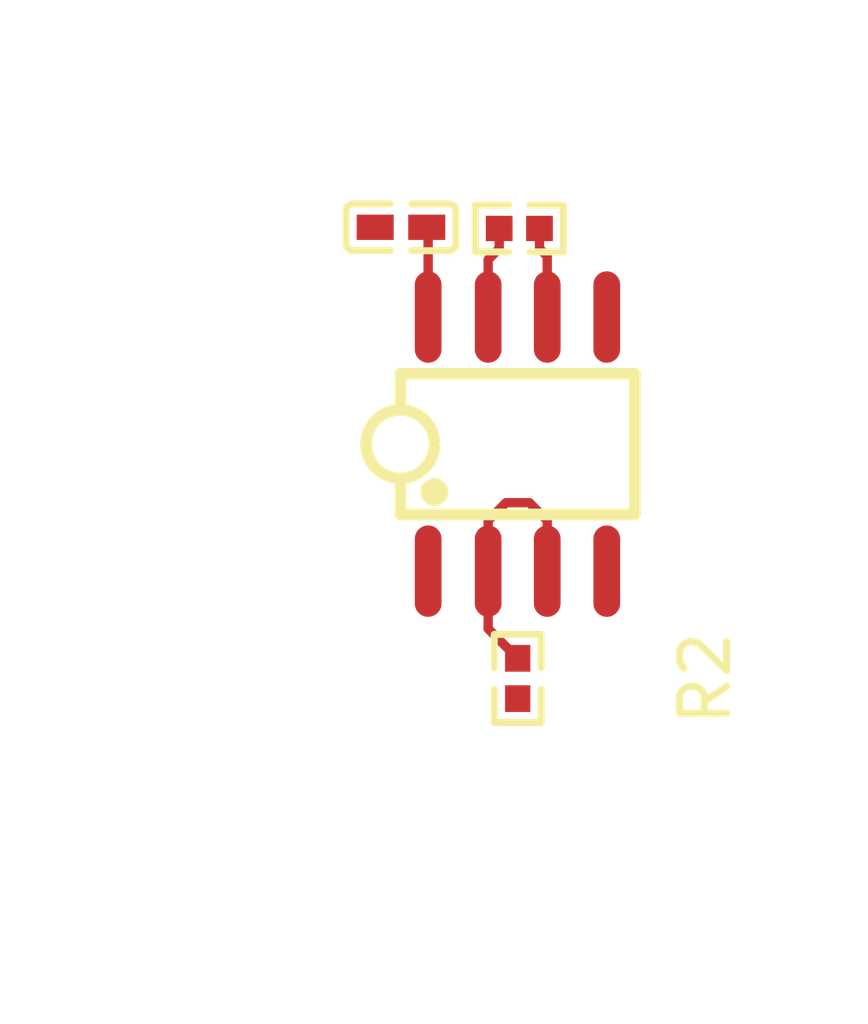
<source format=kicad_pcb>
(kicad_pcb (version 20241229) (generator "pcbnew") (generator_version "9.0")
  (layers (0 "F.Cu" signal) (2 "B.Cu" signal) (13 "F.Paste" user) (15 "B.Paste" user) (5 "F.SilkS" user "F.Silkscreen") (7 "B.SilkS" user "B.Silkscreen") (1 "F.Mask" user) (3 "B.Mask" user) (25 "Edge.Cuts" user))
  (net 0 "")
  (net 1 "line-2")
  (net 2 "line")
  (net 3 "line-3")
  (net 4 "line-4")
  (net 5 "hv")
  (net 6 "gnd")
  (net 7 "line-1")
  (footprint "atopile:SOIC-8_L5.0-W4.0-P1.27-LS6.0-BL-294f77" (layer "F.Cu") (at 0 0 0)
    (property "Reference" "U1" (hide yes))
    (property "Value" "")
    (fp_line (start -2.5 -1.5) (end -2.5 -0.73) (stroke (width 0.25)) (layer "F.SilkS"))
    (fp_line (start -2.5 -1.5) (end 2.5 -1.5) (stroke (width 0.25)) (layer "F.SilkS"))
    (fp_line (start -2.5 1.5) (end -2.5 0.73) (stroke (width 0.25)) (layer "F.SilkS"))
    (fp_line (start -2.5 1.5) (end 2.5 1.5) (stroke (width 0.25)) (layer "F.SilkS"))
    (fp_line (start 2.5 -1.5) (end 2.5 1.5) (stroke (width 0.25)) (layer "F.SilkS"))
    (fp_arc (start -2.48726 -0.729889) (mid -2.50635 0.729972) (end -2.5 -0.73) (stroke (width 0.25)) (layer "F.SilkS"))
    (fp_circle (center -1.78 1.02) (end -1.63 1.02) (stroke (width 0.3)) (fill no) (layer "F.SilkS"))
    (pad "1" smd oval (at -1.91 2.71 0) (size 0.57 1.95) (layers "F.Cu" "F.Mask" "F.Paste") (net 2 "line"))
    (pad "2" smd oval (at -0.63 2.71 0) (size 0.57 1.95) (layers "F.Cu" "F.Mask" "F.Paste") (net 7 "line-1"))
    (pad "3" smd oval (at 0.63 2.71 0) (size 0.57 1.95) (layers "F.Cu" "F.Mask" "F.Paste") (net 7 "line-1"))
    (pad "4" smd oval (at 1.9 2.71 0) (size 0.57 1.95) (layers "F.Cu" "F.Mask" "F.Paste") (net 3 "line-3"))
    (pad "5" smd oval (at 1.9 -2.71 0) (size 0.57 1.95) (layers "F.Cu" "F.Mask" "F.Paste") (net 6 "gnd"))
    (pad "6" smd oval (at 0.63 -2.71 0) (size 0.57 1.95) (layers "F.Cu" "F.Mask" "F.Paste") (net 4 "line-4"))
    (pad "7" smd oval (at -0.63 -2.71 0) (size 0.57 1.95) (layers "F.Cu" "F.Mask" "F.Paste") (net 1 "line-2"))
    (pad "8" smd oval (at -1.91 -2.71 0) (size 0.57 1.95) (layers "F.Cu" "F.Mask" "F.Paste") (net 5 "hv"))
  )
  (footprint "atopile:R0402-56259e" (layer "F.Cu") (at 0 5 -90)
    (property "Reference" "R2" (at 0 -4 90) (layer "F.SilkS") (hide no))
    (property "Value" "10kΩ ±1% 62.5mW")
    (fp_line (start -0.94 0.5) (end -0.94 -0.5) (stroke (width 0.15)) (layer "F.SilkS"))
    (fp_line (start -0.23 0.5) (end -0.94 0.5) (stroke (width 0.15)) (layer "F.SilkS"))
    (fp_line (start 0.23 0.5) (end 0.94 0.5) (stroke (width 0.15)) (layer "F.SilkS"))
    (fp_line (start 0.94 0.5) (end 0.94 -0.5) (stroke (width 0.15)) (layer "F.SilkS"))
    (fp_line (start -0.94 -0.5) (end -0.23 -0.5) (stroke (width 0.15)) (layer "F.SilkS"))
    (fp_line (start 0.94 -0.5) (end 0.23 -0.5) (stroke (width 0.15)) (layer "F.SilkS"))
    (fp_text user "${REFERENCE}" (at 0 -4 90) (layer "F.SilkS"))
    (pad "1" smd rect (at -0.43 0 270) (size 0.57 0.54) (layers "F.Cu" "F.Mask" "F.Paste") (net 7 "line-1"))
    (pad "2" smd rect (at 0.43 0 270) (size 0.57 0.54) (layers "F.Cu" "F.Mask" "F.Paste") (net 6 "gnd"))
  )
  (footprint "atopile:R0402-56259e" (layer "F.Cu") (at 0.035005 -4.6 180)
    (property "Reference" "R1" (hide yes))
    (property "Value" "121Ω ±1% 62.5mW")
    (fp_line (start 0.94 0.5) (end 0.94 -0.5) (stroke (width 0.15)) (layer "F.SilkS"))
    (fp_line (start 0.94 -0.5) (end 0.23 -0.5) (stroke (width 0.15)) (layer "F.SilkS"))
    (fp_line (start 0.23 0.5) (end 0.94 0.5) (stroke (width 0.15)) (layer "F.SilkS"))
    (fp_line (start -0.23 0.5) (end -0.94 0.5) (stroke (width 0.15)) (layer "F.SilkS"))
    (fp_line (start -0.94 0.5) (end -0.94 -0.5) (stroke (width 0.15)) (layer "F.SilkS"))
    (fp_line (start -0.94 -0.5) (end -0.23 -0.5) (stroke (width 0.15)) (layer "F.SilkS"))
    (pad "1" smd rect (at -0.43 0 180) (size 0.57 0.54) (layers "F.Cu" "F.Mask" "F.Paste") (net 4 "line-4"))
    (pad "2" smd rect (at 0.43 0 180) (size 0.57 0.54) (layers "F.Cu" "F.Mask" "F.Paste") (net 1 "line-2"))
  )
  (footprint "atopile:C0402-b3ef17" (layer "F.Cu") (at -2.489995 -4.625 180)
    (property "Reference" "C1" (hide yes))
    (property "Value" "100nF ±10% 16V X7R")
    (fp_line (start 1.17 0.35) (end 1.17 -0.35) (stroke (width 0.15)) (layer "F.SilkS"))
    (fp_line (start 1.02 -0.5) (end 0.23 -0.5) (stroke (width 0.15)) (layer "F.SilkS"))
    (fp_line (start 0.23 0.5) (end 1.02 0.5) (stroke (width 0.15)) (layer "F.SilkS"))
    (fp_line (start -0.23 0.5) (end -1.02 0.5) (stroke (width 0.15)) (layer "F.SilkS"))
    (fp_line (start -1.02 -0.5) (end -0.23 -0.5) (stroke (width 0.15)) (layer "F.SilkS"))
    (fp_line (start -1.17 0.35) (end -1.17 -0.35) (stroke (width 0.15)) (layer "F.SilkS"))
    (fp_arc (start 1.17 0.35) (mid 1.126066 0.456066) (end 1.02 0.5) (stroke (width 0.15)) (layer "F.SilkS"))
    (fp_arc (start 1.02 -0.5) (mid 1.126066 -0.456066) (end 1.17 -0.35) (stroke (width 0.15)) (layer "F.SilkS"))
    (fp_arc (start -1.02 0.5) (mid -1.126066 0.456066) (end -1.17 0.35) (stroke (width 0.15)) (layer "F.SilkS"))
    (fp_arc (start -1.17 -0.35) (mid -1.126066 -0.456066) (end -1.02 -0.5) (stroke (width 0.15)) (layer "F.SilkS"))
    (pad "1" smd rect (at -0.55 0 180) (size 0.79 0.54) (layers "F.Cu" "F.Mask" "F.Paste") (net 5 "hv"))
    (pad "2" smd rect (at 0.55 0 180) (size 0.79 0.54) (layers "F.Cu" "F.Mask" "F.Paste") (net 6 "gnd"))
  )
  (segment (start -0.63 -3.934995) (end -0.394995 -4.17) (width 0.2) (net 1) (layer "F.Cu"))
  (segment (start -0.394995 -4.17) (end -0.394995 -4.6) (width 0.2) (net 1) (layer "F.Cu"))
  (segment (start -0.63 -2.71) (end -0.63 -3.934995) (width 0.2) (net 1) (layer "F.Cu"))
  (segment (start 0.465005 -4.6) (end 0.465005 -4.17) (width 0.2) (net 4) (layer "F.Cu"))
  (segment (start 0.465005 -4.17) (end 0.63 -4.005005) (width 0.2) (net 4) (layer "F.Cu"))
  (segment (start 0.63 -4.005005) (end 0.63 -2.71) (width 0.2) (net 4) (layer "F.Cu"))
  (segment (start -1.91 -2.71) (end -1.91 -4.595005) (width 0.2) (net 5) (layer "F.Cu"))
  (segment (start -1.91 -4.595005) (end -1.939995 -4.625) (width 0.2) (net 5) (layer "F.Cu"))
  (segment (start 0.63 2.71) (end 0.63 1.63) (width 0.2) (net 7) (layer "F.Cu"))
  (segment (start -0.63 3.94) (end 0 4.57) (width 0.2) (net 7) (layer "F.Cu"))
  (segment (start -0.63 2.71) (end -0.63 1.63) (width 0.2) (net 7) (layer "F.Cu"))
  (segment (start 0.25 1.25) (end -0.25 1.25) (width 0.2) (net 7) (layer "F.Cu"))
  (segment (start -0.63 2.71) (end -0.63 3.94) (width 0.2) (net 7) (layer "F.Cu"))
  (segment (start 0.63 1.63) (end 0.25 1.25) (width 0.2) (net 7) (layer "F.Cu"))
  (segment (start -0.63 1.63) (end -0.25 1.25) (width 0.2) (net 7) (layer "F.Cu"))
)
</source>
